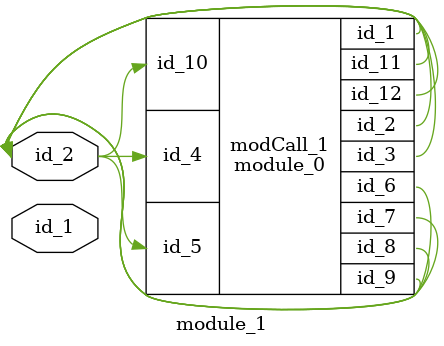
<source format=v>
module module_0 (
    id_1,
    id_2,
    id_3,
    id_4,
    id_5,
    id_6,
    id_7,
    id_8,
    id_9,
    id_10,
    id_11,
    id_12
);
  inout wire id_12;
  inout wire id_11;
  input wire id_10;
  output wire id_9;
  output wire id_8;
  output wire id_7;
  output wire id_6;
  input wire id_5;
  input wire id_4;
  output wire id_3;
  output wire id_2;
  inout wire id_1;
  wire id_13, id_14, id_15;
endmodule
module module_1 (
    id_1,
    id_2
);
  inout wire id_2;
  input wire id_1;
  always
    if (id_2);
    else;
  module_0 modCall_1 (
      id_2,
      id_2,
      id_2,
      id_2,
      id_2,
      id_2,
      id_2,
      id_2,
      id_2,
      id_2,
      id_2,
      id_2
  );
  wire id_3;
endmodule

</source>
